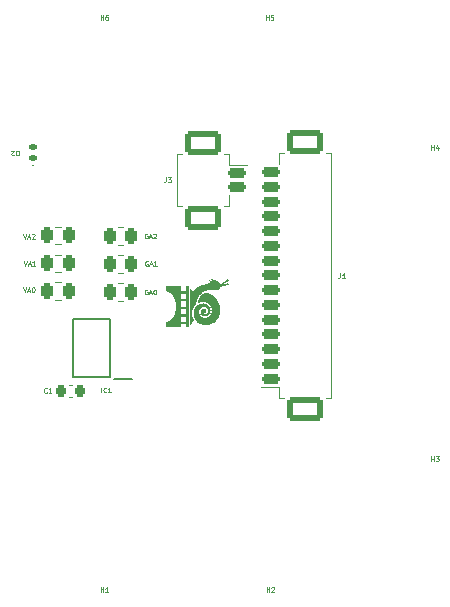
<source format=gto>
%TF.GenerationSoftware,KiCad,Pcbnew,7.0.10-7.0.10~ubuntu22.04.1*%
%TF.CreationDate,2024-06-11T12:21:50+02:00*%
%TF.ProjectId,PQ_BotBoard,50515f42-6f74-4426-9f61-72642e6b6963,rev?*%
%TF.SameCoordinates,Original*%
%TF.FileFunction,Legend,Top*%
%TF.FilePolarity,Positive*%
%FSLAX46Y46*%
G04 Gerber Fmt 4.6, Leading zero omitted, Abs format (unit mm)*
G04 Created by KiCad (PCBNEW 7.0.10-7.0.10~ubuntu22.04.1) date 2024-06-11 12:21:50*
%MOMM*%
%LPD*%
G01*
G04 APERTURE LIST*
G04 Aperture macros list*
%AMRoundRect*
0 Rectangle with rounded corners*
0 $1 Rounding radius*
0 $2 $3 $4 $5 $6 $7 $8 $9 X,Y pos of 4 corners*
0 Add a 4 corners polygon primitive as box body*
4,1,4,$2,$3,$4,$5,$6,$7,$8,$9,$2,$3,0*
0 Add four circle primitives for the rounded corners*
1,1,$1+$1,$2,$3*
1,1,$1+$1,$4,$5*
1,1,$1+$1,$6,$7*
1,1,$1+$1,$8,$9*
0 Add four rect primitives between the rounded corners*
20,1,$1+$1,$2,$3,$4,$5,0*
20,1,$1+$1,$4,$5,$6,$7,0*
20,1,$1+$1,$6,$7,$8,$9,0*
20,1,$1+$1,$8,$9,$2,$3,0*%
G04 Aperture macros list end*
%ADD10C,0.100000*%
%ADD11C,0.120000*%
%ADD12C,0.200000*%
%ADD13C,4.400000*%
%ADD14RoundRect,0.250000X0.262500X0.450000X-0.262500X0.450000X-0.262500X-0.450000X0.262500X-0.450000X0*%
%ADD15RoundRect,0.147500X0.172500X-0.147500X0.172500X0.147500X-0.172500X0.147500X-0.172500X-0.147500X0*%
%ADD16R,1.550000X0.700000*%
%ADD17RoundRect,0.250000X-0.262500X-0.450000X0.262500X-0.450000X0.262500X0.450000X-0.262500X0.450000X0*%
%ADD18RoundRect,0.225000X-0.225000X-0.250000X0.225000X-0.250000X0.225000X0.250000X-0.225000X0.250000X0*%
%ADD19RoundRect,0.200000X-0.600000X0.200000X-0.600000X-0.200000X0.600000X-0.200000X0.600000X0.200000X0*%
%ADD20RoundRect,0.250001X-1.249999X0.799999X-1.249999X-0.799999X1.249999X-0.799999X1.249999X0.799999X0*%
%ADD21RoundRect,0.200000X0.600000X-0.200000X0.600000X0.200000X-0.600000X0.200000X-0.600000X-0.200000X0*%
%ADD22RoundRect,0.250001X1.249999X-0.799999X1.249999X0.799999X-1.249999X0.799999X-1.249999X-0.799999X0*%
%ADD23C,1.800000*%
G04 APERTURE END LIST*
D10*
X122695238Y-43979847D02*
X122695238Y-43579847D01*
X122695238Y-43770323D02*
X122923809Y-43770323D01*
X122923809Y-43979847D02*
X122923809Y-43579847D01*
X123285714Y-43713180D02*
X123285714Y-43979847D01*
X123190476Y-43560800D02*
X123095238Y-43846514D01*
X123095238Y-43846514D02*
X123342857Y-43846514D01*
X88201562Y-53373847D02*
X88334895Y-53773847D01*
X88334895Y-53773847D02*
X88468228Y-53373847D01*
X88582514Y-53659561D02*
X88772990Y-53659561D01*
X88544419Y-53773847D02*
X88677752Y-53373847D01*
X88677752Y-53373847D02*
X88811085Y-53773847D01*
X89153942Y-53773847D02*
X88925371Y-53773847D01*
X89039657Y-53773847D02*
X89039657Y-53373847D01*
X89039657Y-53373847D02*
X89001561Y-53430990D01*
X89001561Y-53430990D02*
X88963466Y-53469085D01*
X88963466Y-53469085D02*
X88925371Y-53488133D01*
X87747437Y-44043852D02*
X87747437Y-44443852D01*
X87747437Y-44443852D02*
X87652199Y-44443852D01*
X87652199Y-44443852D02*
X87595056Y-44424804D01*
X87595056Y-44424804D02*
X87556961Y-44386709D01*
X87556961Y-44386709D02*
X87537914Y-44348614D01*
X87537914Y-44348614D02*
X87518866Y-44272423D01*
X87518866Y-44272423D02*
X87518866Y-44215280D01*
X87518866Y-44215280D02*
X87537914Y-44139090D01*
X87537914Y-44139090D02*
X87556961Y-44100995D01*
X87556961Y-44100995D02*
X87595056Y-44062900D01*
X87595056Y-44062900D02*
X87652199Y-44043852D01*
X87652199Y-44043852D02*
X87747437Y-44043852D01*
X87366485Y-44405757D02*
X87347437Y-44424804D01*
X87347437Y-44424804D02*
X87309342Y-44443852D01*
X87309342Y-44443852D02*
X87214104Y-44443852D01*
X87214104Y-44443852D02*
X87176009Y-44424804D01*
X87176009Y-44424804D02*
X87156961Y-44405757D01*
X87156961Y-44405757D02*
X87137914Y-44367661D01*
X87137914Y-44367661D02*
X87137914Y-44329566D01*
X87137914Y-44329566D02*
X87156961Y-44272423D01*
X87156961Y-44272423D02*
X87385533Y-44043852D01*
X87385533Y-44043852D02*
X87137914Y-44043852D01*
X94757924Y-64512847D02*
X94757924Y-64112847D01*
X95176971Y-64474752D02*
X95157923Y-64493800D01*
X95157923Y-64493800D02*
X95100781Y-64512847D01*
X95100781Y-64512847D02*
X95062685Y-64512847D01*
X95062685Y-64512847D02*
X95005542Y-64493800D01*
X95005542Y-64493800D02*
X94967447Y-64455704D01*
X94967447Y-64455704D02*
X94948400Y-64417609D01*
X94948400Y-64417609D02*
X94929352Y-64341419D01*
X94929352Y-64341419D02*
X94929352Y-64284276D01*
X94929352Y-64284276D02*
X94948400Y-64208085D01*
X94948400Y-64208085D02*
X94967447Y-64169990D01*
X94967447Y-64169990D02*
X95005542Y-64131895D01*
X95005542Y-64131895D02*
X95062685Y-64112847D01*
X95062685Y-64112847D02*
X95100781Y-64112847D01*
X95100781Y-64112847D02*
X95157923Y-64131895D01*
X95157923Y-64131895D02*
X95176971Y-64150942D01*
X95557923Y-64512847D02*
X95329352Y-64512847D01*
X95443638Y-64512847D02*
X95443638Y-64112847D01*
X95443638Y-64112847D02*
X95405542Y-64169990D01*
X95405542Y-64169990D02*
X95367447Y-64208085D01*
X95367447Y-64208085D02*
X95329352Y-64227133D01*
X98650457Y-51093695D02*
X98612362Y-51074647D01*
X98612362Y-51074647D02*
X98555219Y-51074647D01*
X98555219Y-51074647D02*
X98498076Y-51093695D01*
X98498076Y-51093695D02*
X98459981Y-51131790D01*
X98459981Y-51131790D02*
X98440934Y-51169885D01*
X98440934Y-51169885D02*
X98421886Y-51246076D01*
X98421886Y-51246076D02*
X98421886Y-51303219D01*
X98421886Y-51303219D02*
X98440934Y-51379409D01*
X98440934Y-51379409D02*
X98459981Y-51417504D01*
X98459981Y-51417504D02*
X98498076Y-51455600D01*
X98498076Y-51455600D02*
X98555219Y-51474647D01*
X98555219Y-51474647D02*
X98593315Y-51474647D01*
X98593315Y-51474647D02*
X98650457Y-51455600D01*
X98650457Y-51455600D02*
X98669505Y-51436552D01*
X98669505Y-51436552D02*
X98669505Y-51303219D01*
X98669505Y-51303219D02*
X98593315Y-51303219D01*
X98821886Y-51360361D02*
X99012362Y-51360361D01*
X98783791Y-51474647D02*
X98917124Y-51074647D01*
X98917124Y-51074647D02*
X99050457Y-51474647D01*
X99164743Y-51112742D02*
X99183791Y-51093695D01*
X99183791Y-51093695D02*
X99221886Y-51074647D01*
X99221886Y-51074647D02*
X99317124Y-51074647D01*
X99317124Y-51074647D02*
X99355219Y-51093695D01*
X99355219Y-51093695D02*
X99374267Y-51112742D01*
X99374267Y-51112742D02*
X99393314Y-51150838D01*
X99393314Y-51150838D02*
X99393314Y-51188933D01*
X99393314Y-51188933D02*
X99374267Y-51246076D01*
X99374267Y-51246076D02*
X99145695Y-51474647D01*
X99145695Y-51474647D02*
X99393314Y-51474647D01*
X98650457Y-55831295D02*
X98612362Y-55812247D01*
X98612362Y-55812247D02*
X98555219Y-55812247D01*
X98555219Y-55812247D02*
X98498076Y-55831295D01*
X98498076Y-55831295D02*
X98459981Y-55869390D01*
X98459981Y-55869390D02*
X98440934Y-55907485D01*
X98440934Y-55907485D02*
X98421886Y-55983676D01*
X98421886Y-55983676D02*
X98421886Y-56040819D01*
X98421886Y-56040819D02*
X98440934Y-56117009D01*
X98440934Y-56117009D02*
X98459981Y-56155104D01*
X98459981Y-56155104D02*
X98498076Y-56193200D01*
X98498076Y-56193200D02*
X98555219Y-56212247D01*
X98555219Y-56212247D02*
X98593315Y-56212247D01*
X98593315Y-56212247D02*
X98650457Y-56193200D01*
X98650457Y-56193200D02*
X98669505Y-56174152D01*
X98669505Y-56174152D02*
X98669505Y-56040819D01*
X98669505Y-56040819D02*
X98593315Y-56040819D01*
X98821886Y-56097961D02*
X99012362Y-56097961D01*
X98783791Y-56212247D02*
X98917124Y-55812247D01*
X98917124Y-55812247D02*
X99050457Y-56212247D01*
X99259981Y-55812247D02*
X99298076Y-55812247D01*
X99298076Y-55812247D02*
X99336172Y-55831295D01*
X99336172Y-55831295D02*
X99355219Y-55850342D01*
X99355219Y-55850342D02*
X99374267Y-55888438D01*
X99374267Y-55888438D02*
X99393314Y-55964628D01*
X99393314Y-55964628D02*
X99393314Y-56059866D01*
X99393314Y-56059866D02*
X99374267Y-56136057D01*
X99374267Y-56136057D02*
X99355219Y-56174152D01*
X99355219Y-56174152D02*
X99336172Y-56193200D01*
X99336172Y-56193200D02*
X99298076Y-56212247D01*
X99298076Y-56212247D02*
X99259981Y-56212247D01*
X99259981Y-56212247D02*
X99221886Y-56193200D01*
X99221886Y-56193200D02*
X99202838Y-56174152D01*
X99202838Y-56174152D02*
X99183791Y-56136057D01*
X99183791Y-56136057D02*
X99164743Y-56059866D01*
X99164743Y-56059866D02*
X99164743Y-55964628D01*
X99164743Y-55964628D02*
X99183791Y-55888438D01*
X99183791Y-55888438D02*
X99202838Y-55850342D01*
X99202838Y-55850342D02*
X99221886Y-55831295D01*
X99221886Y-55831295D02*
X99259981Y-55812247D01*
X94691238Y-81409047D02*
X94691238Y-81009047D01*
X94691238Y-81199523D02*
X94919809Y-81199523D01*
X94919809Y-81409047D02*
X94919809Y-81009047D01*
X95319809Y-81409047D02*
X95091238Y-81409047D01*
X95205524Y-81409047D02*
X95205524Y-81009047D01*
X95205524Y-81009047D02*
X95167428Y-81066190D01*
X95167428Y-81066190D02*
X95129333Y-81104285D01*
X95129333Y-81104285D02*
X95091238Y-81123333D01*
X88150762Y-55609047D02*
X88284095Y-56009047D01*
X88284095Y-56009047D02*
X88417428Y-55609047D01*
X88531714Y-55894761D02*
X88722190Y-55894761D01*
X88493619Y-56009047D02*
X88626952Y-55609047D01*
X88626952Y-55609047D02*
X88760285Y-56009047D01*
X88969809Y-55609047D02*
X89007904Y-55609047D01*
X89007904Y-55609047D02*
X89046000Y-55628095D01*
X89046000Y-55628095D02*
X89065047Y-55647142D01*
X89065047Y-55647142D02*
X89084095Y-55685238D01*
X89084095Y-55685238D02*
X89103142Y-55761428D01*
X89103142Y-55761428D02*
X89103142Y-55856666D01*
X89103142Y-55856666D02*
X89084095Y-55932857D01*
X89084095Y-55932857D02*
X89065047Y-55970952D01*
X89065047Y-55970952D02*
X89046000Y-55990000D01*
X89046000Y-55990000D02*
X89007904Y-56009047D01*
X89007904Y-56009047D02*
X88969809Y-56009047D01*
X88969809Y-56009047D02*
X88931714Y-55990000D01*
X88931714Y-55990000D02*
X88912666Y-55970952D01*
X88912666Y-55970952D02*
X88893619Y-55932857D01*
X88893619Y-55932857D02*
X88874571Y-55856666D01*
X88874571Y-55856666D02*
X88874571Y-55761428D01*
X88874571Y-55761428D02*
X88893619Y-55685238D01*
X88893619Y-55685238D02*
X88912666Y-55647142D01*
X88912666Y-55647142D02*
X88931714Y-55628095D01*
X88931714Y-55628095D02*
X88969809Y-55609047D01*
X94695238Y-32979847D02*
X94695238Y-32579847D01*
X94695238Y-32770323D02*
X94923809Y-32770323D01*
X94923809Y-32979847D02*
X94923809Y-32579847D01*
X95285714Y-32579847D02*
X95209524Y-32579847D01*
X95209524Y-32579847D02*
X95171428Y-32598895D01*
X95171428Y-32598895D02*
X95152381Y-32617942D01*
X95152381Y-32617942D02*
X95114286Y-32675085D01*
X95114286Y-32675085D02*
X95095238Y-32751276D01*
X95095238Y-32751276D02*
X95095238Y-32903657D01*
X95095238Y-32903657D02*
X95114286Y-32941752D01*
X95114286Y-32941752D02*
X95133333Y-32960800D01*
X95133333Y-32960800D02*
X95171428Y-32979847D01*
X95171428Y-32979847D02*
X95247619Y-32979847D01*
X95247619Y-32979847D02*
X95285714Y-32960800D01*
X95285714Y-32960800D02*
X95304762Y-32941752D01*
X95304762Y-32941752D02*
X95323809Y-32903657D01*
X95323809Y-32903657D02*
X95323809Y-32808419D01*
X95323809Y-32808419D02*
X95304762Y-32770323D01*
X95304762Y-32770323D02*
X95285714Y-32751276D01*
X95285714Y-32751276D02*
X95247619Y-32732228D01*
X95247619Y-32732228D02*
X95171428Y-32732228D01*
X95171428Y-32732228D02*
X95133333Y-32751276D01*
X95133333Y-32751276D02*
X95114286Y-32770323D01*
X95114286Y-32770323D02*
X95095238Y-32808419D01*
X98701257Y-53408095D02*
X98663162Y-53389047D01*
X98663162Y-53389047D02*
X98606019Y-53389047D01*
X98606019Y-53389047D02*
X98548876Y-53408095D01*
X98548876Y-53408095D02*
X98510781Y-53446190D01*
X98510781Y-53446190D02*
X98491734Y-53484285D01*
X98491734Y-53484285D02*
X98472686Y-53560476D01*
X98472686Y-53560476D02*
X98472686Y-53617619D01*
X98472686Y-53617619D02*
X98491734Y-53693809D01*
X98491734Y-53693809D02*
X98510781Y-53731904D01*
X98510781Y-53731904D02*
X98548876Y-53770000D01*
X98548876Y-53770000D02*
X98606019Y-53789047D01*
X98606019Y-53789047D02*
X98644115Y-53789047D01*
X98644115Y-53789047D02*
X98701257Y-53770000D01*
X98701257Y-53770000D02*
X98720305Y-53750952D01*
X98720305Y-53750952D02*
X98720305Y-53617619D01*
X98720305Y-53617619D02*
X98644115Y-53617619D01*
X98872686Y-53674761D02*
X99063162Y-53674761D01*
X98834591Y-53789047D02*
X98967924Y-53389047D01*
X98967924Y-53389047D02*
X99101257Y-53789047D01*
X99444114Y-53789047D02*
X99215543Y-53789047D01*
X99329829Y-53789047D02*
X99329829Y-53389047D01*
X99329829Y-53389047D02*
X99291733Y-53446190D01*
X99291733Y-53446190D02*
X99253638Y-53484285D01*
X99253638Y-53484285D02*
X99215543Y-53503333D01*
X90154133Y-64505352D02*
X90135085Y-64524400D01*
X90135085Y-64524400D02*
X90077943Y-64543447D01*
X90077943Y-64543447D02*
X90039847Y-64543447D01*
X90039847Y-64543447D02*
X89982704Y-64524400D01*
X89982704Y-64524400D02*
X89944609Y-64486304D01*
X89944609Y-64486304D02*
X89925562Y-64448209D01*
X89925562Y-64448209D02*
X89906514Y-64372019D01*
X89906514Y-64372019D02*
X89906514Y-64314876D01*
X89906514Y-64314876D02*
X89925562Y-64238685D01*
X89925562Y-64238685D02*
X89944609Y-64200590D01*
X89944609Y-64200590D02*
X89982704Y-64162495D01*
X89982704Y-64162495D02*
X90039847Y-64143447D01*
X90039847Y-64143447D02*
X90077943Y-64143447D01*
X90077943Y-64143447D02*
X90135085Y-64162495D01*
X90135085Y-64162495D02*
X90154133Y-64181542D01*
X90535085Y-64543447D02*
X90306514Y-64543447D01*
X90420800Y-64543447D02*
X90420800Y-64143447D01*
X90420800Y-64143447D02*
X90382704Y-64200590D01*
X90382704Y-64200590D02*
X90344609Y-64238685D01*
X90344609Y-64238685D02*
X90306514Y-64257733D01*
X122682038Y-70334647D02*
X122682038Y-69934647D01*
X122682038Y-70125123D02*
X122910609Y-70125123D01*
X122910609Y-70334647D02*
X122910609Y-69934647D01*
X123062990Y-69934647D02*
X123310609Y-69934647D01*
X123310609Y-69934647D02*
X123177276Y-70087028D01*
X123177276Y-70087028D02*
X123234419Y-70087028D01*
X123234419Y-70087028D02*
X123272514Y-70106076D01*
X123272514Y-70106076D02*
X123291562Y-70125123D01*
X123291562Y-70125123D02*
X123310609Y-70163219D01*
X123310609Y-70163219D02*
X123310609Y-70258457D01*
X123310609Y-70258457D02*
X123291562Y-70296552D01*
X123291562Y-70296552D02*
X123272514Y-70315600D01*
X123272514Y-70315600D02*
X123234419Y-70334647D01*
X123234419Y-70334647D02*
X123120133Y-70334647D01*
X123120133Y-70334647D02*
X123082038Y-70315600D01*
X123082038Y-70315600D02*
X123062990Y-70296552D01*
X108762838Y-81409047D02*
X108762838Y-81009047D01*
X108762838Y-81199523D02*
X108991409Y-81199523D01*
X108991409Y-81409047D02*
X108991409Y-81009047D01*
X109162838Y-81047142D02*
X109181886Y-81028095D01*
X109181886Y-81028095D02*
X109219981Y-81009047D01*
X109219981Y-81009047D02*
X109315219Y-81009047D01*
X109315219Y-81009047D02*
X109353314Y-81028095D01*
X109353314Y-81028095D02*
X109372362Y-81047142D01*
X109372362Y-81047142D02*
X109391409Y-81085238D01*
X109391409Y-81085238D02*
X109391409Y-81123333D01*
X109391409Y-81123333D02*
X109372362Y-81180476D01*
X109372362Y-81180476D02*
X109143790Y-81409047D01*
X109143790Y-81409047D02*
X109391409Y-81409047D01*
X100247466Y-46312647D02*
X100247466Y-46598361D01*
X100247466Y-46598361D02*
X100228419Y-46655504D01*
X100228419Y-46655504D02*
X100190323Y-46693600D01*
X100190323Y-46693600D02*
X100133181Y-46712647D01*
X100133181Y-46712647D02*
X100095085Y-46712647D01*
X100399847Y-46312647D02*
X100647466Y-46312647D01*
X100647466Y-46312647D02*
X100514133Y-46465028D01*
X100514133Y-46465028D02*
X100571276Y-46465028D01*
X100571276Y-46465028D02*
X100609371Y-46484076D01*
X100609371Y-46484076D02*
X100628419Y-46503123D01*
X100628419Y-46503123D02*
X100647466Y-46541219D01*
X100647466Y-46541219D02*
X100647466Y-46636457D01*
X100647466Y-46636457D02*
X100628419Y-46674552D01*
X100628419Y-46674552D02*
X100609371Y-46693600D01*
X100609371Y-46693600D02*
X100571276Y-46712647D01*
X100571276Y-46712647D02*
X100456990Y-46712647D01*
X100456990Y-46712647D02*
X100418895Y-46693600D01*
X100418895Y-46693600D02*
X100399847Y-46674552D01*
X108695238Y-32979847D02*
X108695238Y-32579847D01*
X108695238Y-32770323D02*
X108923809Y-32770323D01*
X108923809Y-32979847D02*
X108923809Y-32579847D01*
X109304762Y-32579847D02*
X109114286Y-32579847D01*
X109114286Y-32579847D02*
X109095238Y-32770323D01*
X109095238Y-32770323D02*
X109114286Y-32751276D01*
X109114286Y-32751276D02*
X109152381Y-32732228D01*
X109152381Y-32732228D02*
X109247619Y-32732228D01*
X109247619Y-32732228D02*
X109285714Y-32751276D01*
X109285714Y-32751276D02*
X109304762Y-32770323D01*
X109304762Y-32770323D02*
X109323809Y-32808419D01*
X109323809Y-32808419D02*
X109323809Y-32903657D01*
X109323809Y-32903657D02*
X109304762Y-32941752D01*
X109304762Y-32941752D02*
X109285714Y-32960800D01*
X109285714Y-32960800D02*
X109247619Y-32979847D01*
X109247619Y-32979847D02*
X109152381Y-32979847D01*
X109152381Y-32979847D02*
X109114286Y-32960800D01*
X109114286Y-32960800D02*
X109095238Y-32941752D01*
X88150762Y-51087847D02*
X88284095Y-51487847D01*
X88284095Y-51487847D02*
X88417428Y-51087847D01*
X88531714Y-51373561D02*
X88722190Y-51373561D01*
X88493619Y-51487847D02*
X88626952Y-51087847D01*
X88626952Y-51087847D02*
X88760285Y-51487847D01*
X88874571Y-51125942D02*
X88893619Y-51106895D01*
X88893619Y-51106895D02*
X88931714Y-51087847D01*
X88931714Y-51087847D02*
X89026952Y-51087847D01*
X89026952Y-51087847D02*
X89065047Y-51106895D01*
X89065047Y-51106895D02*
X89084095Y-51125942D01*
X89084095Y-51125942D02*
X89103142Y-51164038D01*
X89103142Y-51164038D02*
X89103142Y-51202133D01*
X89103142Y-51202133D02*
X89084095Y-51259276D01*
X89084095Y-51259276D02*
X88855523Y-51487847D01*
X88855523Y-51487847D02*
X89103142Y-51487847D01*
X114979466Y-54440647D02*
X114979466Y-54726361D01*
X114979466Y-54726361D02*
X114960419Y-54783504D01*
X114960419Y-54783504D02*
X114922323Y-54821600D01*
X114922323Y-54821600D02*
X114865181Y-54840647D01*
X114865181Y-54840647D02*
X114827085Y-54840647D01*
X115379466Y-54840647D02*
X115150895Y-54840647D01*
X115265181Y-54840647D02*
X115265181Y-54440647D01*
X115265181Y-54440647D02*
X115227085Y-54497790D01*
X115227085Y-54497790D02*
X115188990Y-54535885D01*
X115188990Y-54535885D02*
X115150895Y-54554933D01*
D11*
%TO.C,VA1*%
X91308064Y-54312000D02*
X90853936Y-54312000D01*
X91308064Y-52842000D02*
X90853936Y-52842000D01*
D10*
%TO.C,D2*%
X89000800Y-45313700D02*
G75*
G03*
X88900800Y-45313700I-50000J0D01*
G01*
X88900800Y-45313700D02*
G75*
G03*
X89000800Y-45313700I50000J0D01*
G01*
D12*
%TO.C,IC1*%
X97388000Y-63388000D02*
X95838000Y-63388000D01*
X95488000Y-63233000D02*
X92338000Y-63233000D01*
X95488000Y-58333000D02*
X95488000Y-63233000D01*
X92338000Y-63233000D02*
X92338000Y-58333000D01*
X92338000Y-58333000D02*
X95488000Y-58333000D01*
D11*
%TO.C,GA2*%
X96154936Y-50541000D02*
X96609064Y-50541000D01*
X96154936Y-52011000D02*
X96609064Y-52011000D01*
%TO.C,GA0*%
X96154936Y-55293000D02*
X96609064Y-55293000D01*
X96154936Y-56763000D02*
X96609064Y-56763000D01*
%TO.C,VA0*%
X91308064Y-56663000D02*
X90853936Y-56663000D01*
X91308064Y-55193000D02*
X90853936Y-55193000D01*
%TO.C,Annotation6*%
G36*
X104147792Y-54885584D02*
G01*
X104165346Y-54896680D01*
X104182523Y-54916134D01*
X104200107Y-54944737D01*
X104209181Y-54962475D01*
X104231828Y-55008946D01*
X104306961Y-55007889D01*
X104363409Y-55009093D01*
X104413771Y-55014930D01*
X104461297Y-55026172D01*
X104509240Y-55043595D01*
X104560849Y-55067972D01*
X104562254Y-55068698D01*
X104621770Y-55104661D01*
X104679002Y-55149323D01*
X104731865Y-55200941D01*
X104760692Y-55234618D01*
X104776620Y-55256739D01*
X104793895Y-55284216D01*
X104810756Y-55313895D01*
X104825443Y-55342626D01*
X104836194Y-55367256D01*
X104838649Y-55374165D01*
X104843733Y-55387311D01*
X104848387Y-55395502D01*
X104849273Y-55396313D01*
X104854076Y-55393591D01*
X104865106Y-55384492D01*
X104881225Y-55370044D01*
X104901295Y-55351276D01*
X104924181Y-55329218D01*
X104933144Y-55320418D01*
X105000768Y-55256569D01*
X105068173Y-55198508D01*
X105134356Y-55146992D01*
X105198314Y-55102774D01*
X105259044Y-55066610D01*
X105293339Y-55049175D01*
X105317932Y-55037419D01*
X105334883Y-55028667D01*
X105346036Y-55021556D01*
X105353235Y-55014720D01*
X105358325Y-55006796D01*
X105362427Y-54998057D01*
X105378224Y-54973870D01*
X105400012Y-54956361D01*
X105425621Y-54946196D01*
X105452881Y-54944038D01*
X105479622Y-54950550D01*
X105493269Y-54958032D01*
X105515036Y-54977522D01*
X105530603Y-55001084D01*
X105538269Y-55025892D01*
X105538775Y-55033604D01*
X105535102Y-55056807D01*
X105525495Y-55080440D01*
X105512073Y-55099570D01*
X105509304Y-55102254D01*
X105492381Y-55112877D01*
X105468531Y-55121873D01*
X105441264Y-55128023D01*
X105431491Y-55129285D01*
X105412470Y-55132561D01*
X105395164Y-55137696D01*
X105389715Y-55140109D01*
X105375262Y-55147375D01*
X105357309Y-55155954D01*
X105350782Y-55158969D01*
X105317833Y-55175881D01*
X105279571Y-55198598D01*
X105238120Y-55225597D01*
X105195608Y-55255353D01*
X105154161Y-55286344D01*
X105115904Y-55317044D01*
X105082965Y-55345931D01*
X105063841Y-55364639D01*
X105053217Y-55378260D01*
X105050488Y-55387816D01*
X105055401Y-55392147D01*
X105067700Y-55390098D01*
X105069303Y-55389507D01*
X105087593Y-55383200D01*
X105115863Y-55374480D01*
X105153941Y-55363395D01*
X105201657Y-55349997D01*
X105221536Y-55344514D01*
X105241601Y-55339280D01*
X105266000Y-55333296D01*
X105285506Y-55328758D01*
X105306894Y-55323939D01*
X105326909Y-55319419D01*
X105340338Y-55316377D01*
X105356013Y-55309591D01*
X105364484Y-55300468D01*
X105381494Y-55276710D01*
X105404244Y-55259770D01*
X105430496Y-55250693D01*
X105458009Y-55250519D01*
X105467227Y-55252665D01*
X105495171Y-55264413D01*
X105515236Y-55281259D01*
X105528378Y-55302537D01*
X105537625Y-55331624D01*
X105537165Y-55357805D01*
X105526935Y-55382182D01*
X105523573Y-55387129D01*
X105507845Y-55406731D01*
X105492742Y-55419461D01*
X105475319Y-55426709D01*
X105452627Y-55429861D01*
X105431774Y-55430375D01*
X105405291Y-55431436D01*
X105377490Y-55434236D01*
X105353915Y-55438197D01*
X105351639Y-55438721D01*
X105295071Y-55452616D01*
X105244963Y-55465726D01*
X105197500Y-55479129D01*
X105148865Y-55493902D01*
X105095242Y-55511125D01*
X105094902Y-55511236D01*
X105061973Y-55522053D01*
X105037401Y-55530193D01*
X105019607Y-55536192D01*
X105007012Y-55540590D01*
X104998036Y-55543924D01*
X104993072Y-55545907D01*
X104982682Y-55549912D01*
X104966351Y-55555920D01*
X104951296Y-55561321D01*
X104930389Y-55569134D01*
X104909820Y-55577459D01*
X104898732Y-55582343D01*
X104884677Y-55588384D01*
X104874336Y-55591897D01*
X104872126Y-55592258D01*
X104863540Y-55596477D01*
X104854957Y-55606283D01*
X104849821Y-55617401D01*
X104849466Y-55620407D01*
X104847276Y-55629078D01*
X104841447Y-55644246D01*
X104833089Y-55663105D01*
X104829992Y-55669605D01*
X104807443Y-55707417D01*
X104777493Y-55744920D01*
X104742692Y-55779523D01*
X104705591Y-55808636D01*
X104675563Y-55826434D01*
X104621616Y-55847523D01*
X104563166Y-55859565D01*
X104500993Y-55862522D01*
X104435876Y-55856356D01*
X104369038Y-55841160D01*
X104348388Y-55835135D01*
X104323630Y-55827908D01*
X104303763Y-55822106D01*
X104224854Y-55804347D01*
X104142034Y-55795867D01*
X104056217Y-55796682D01*
X103968321Y-55806809D01*
X103925165Y-55815091D01*
X103877565Y-55827078D01*
X103826611Y-55842815D01*
X103775135Y-55861231D01*
X103725968Y-55881258D01*
X103681939Y-55901825D01*
X103651008Y-55918729D01*
X103637893Y-55925422D01*
X103624037Y-55929301D01*
X103605896Y-55931080D01*
X103587968Y-55931464D01*
X103557741Y-55933002D01*
X103529919Y-55937853D01*
X103501110Y-55946895D01*
X103467922Y-55961010D01*
X103460404Y-55964546D01*
X103390838Y-56002070D01*
X103320386Y-56048392D01*
X103250563Y-56102146D01*
X103182887Y-56161967D01*
X103118875Y-56226489D01*
X103060044Y-56294347D01*
X103007912Y-56364175D01*
X102995045Y-56383397D01*
X102983566Y-56401278D01*
X102974158Y-56416460D01*
X102968438Y-56426314D01*
X102967708Y-56427785D01*
X102962832Y-56437166D01*
X102955138Y-56450562D01*
X102953137Y-56453895D01*
X102939493Y-56478079D01*
X102924302Y-56507683D01*
X102909738Y-56538366D01*
X102902106Y-56555725D01*
X102894172Y-56573802D01*
X102886444Y-56590348D01*
X102883298Y-56596619D01*
X102877744Y-56609915D01*
X102875535Y-56620379D01*
X102873167Y-56631012D01*
X102871142Y-56634316D01*
X102867137Y-56642230D01*
X102861187Y-56658287D01*
X102853932Y-56680514D01*
X102846016Y-56706935D01*
X102838078Y-56735575D01*
X102837305Y-56738496D01*
X102825090Y-56787454D01*
X102814719Y-56835200D01*
X102805656Y-56884654D01*
X102797364Y-56938739D01*
X102789403Y-56999598D01*
X102781091Y-57067484D01*
X102719412Y-57130149D01*
X102686898Y-57163837D01*
X102660392Y-57193055D01*
X102638022Y-57220188D01*
X102617915Y-57247620D01*
X102598202Y-57277738D01*
X102580006Y-57307827D01*
X102562857Y-57337309D01*
X102549941Y-57360619D01*
X102539912Y-57380410D01*
X102531426Y-57399339D01*
X102523169Y-57419972D01*
X102516552Y-57436379D01*
X102510475Y-57450134D01*
X102508620Y-57453877D01*
X102503238Y-57466756D01*
X102499171Y-57479987D01*
X102494352Y-57497244D01*
X102489869Y-57511358D01*
X102482883Y-57534728D01*
X102474964Y-57566415D01*
X102466592Y-57604383D01*
X102459627Y-57639298D01*
X102456368Y-57658727D01*
X102453904Y-57679509D01*
X102452140Y-57703424D01*
X102450981Y-57732253D01*
X102450329Y-57767777D01*
X102450091Y-57811776D01*
X102450086Y-57816847D01*
X102450245Y-57864667D01*
X102451005Y-57904436D01*
X102452691Y-57938542D01*
X102455627Y-57969376D01*
X102460135Y-57999327D01*
X102466541Y-58030782D01*
X102475167Y-58066133D01*
X102486338Y-58107767D01*
X102492555Y-58130169D01*
X102498498Y-58149798D01*
X102504811Y-58168180D01*
X102507894Y-58176039D01*
X102512869Y-58189764D01*
X102515192Y-58200253D01*
X102515214Y-58200915D01*
X102517608Y-58212000D01*
X102520097Y-58217709D01*
X102524395Y-58226475D01*
X102531606Y-58241958D01*
X102540418Y-58261325D01*
X102543663Y-58268553D01*
X102552704Y-58288424D01*
X102560620Y-58305208D01*
X102566108Y-58316164D01*
X102567245Y-58318163D01*
X102572385Y-58327329D01*
X102579861Y-58341683D01*
X102583783Y-58349495D01*
X102593908Y-58368769D01*
X102605036Y-58388316D01*
X102608178Y-58393485D01*
X102615681Y-58406150D01*
X102617851Y-58413193D01*
X102615032Y-58417758D01*
X102611156Y-58420572D01*
X102564344Y-58456149D01*
X102518758Y-58498228D01*
X102477618Y-58543624D01*
X102450700Y-58579265D01*
X102438049Y-58597790D01*
X102428359Y-58612306D01*
X102420377Y-58624998D01*
X102412847Y-58638052D01*
X102404515Y-58653653D01*
X102394126Y-58673988D01*
X102380423Y-58701241D01*
X102378779Y-58704518D01*
X102361151Y-58738205D01*
X102346140Y-58763206D01*
X102332745Y-58780631D01*
X102319967Y-58791592D01*
X102306805Y-58797200D01*
X102294111Y-58798590D01*
X102279968Y-58797053D01*
X102267908Y-58791100D01*
X102253900Y-58778717D01*
X102253498Y-58778317D01*
X102233224Y-58758043D01*
X102233224Y-57267561D01*
X102233224Y-55777078D01*
X102250196Y-55760964D01*
X102269666Y-55745962D01*
X102288646Y-55739668D01*
X102309069Y-55740765D01*
X102317088Y-55743517D01*
X102326083Y-55749464D01*
X102336889Y-55759534D01*
X102350341Y-55774658D01*
X102367276Y-55795766D01*
X102388528Y-55823788D01*
X102410774Y-55853958D01*
X102425068Y-55872787D01*
X102439754Y-55890990D01*
X102451390Y-55904337D01*
X102462904Y-55915461D01*
X102472476Y-55920197D01*
X102484638Y-55920349D01*
X102489988Y-55919702D01*
X102505189Y-55915734D01*
X102520110Y-55906994D01*
X102537906Y-55891626D01*
X102538146Y-55891397D01*
X102586718Y-55847277D01*
X102640981Y-55801714D01*
X102697190Y-55757743D01*
X102751422Y-55718524D01*
X102774837Y-55702603D01*
X102799964Y-55685888D01*
X102824911Y-55669597D01*
X102847788Y-55654946D01*
X102866703Y-55643155D01*
X102879767Y-55635440D01*
X102883368Y-55633558D01*
X102894668Y-55627660D01*
X102909203Y-55619336D01*
X102912089Y-55617603D01*
X102938856Y-55601744D01*
X102965792Y-55586639D01*
X102995591Y-55570839D01*
X103030945Y-55552898D01*
X103050473Y-55543202D01*
X103090123Y-55523797D01*
X103124704Y-55507232D01*
X103153327Y-55493915D01*
X103175101Y-55484254D01*
X103189136Y-55478658D01*
X103194021Y-55477373D01*
X103201387Y-55475156D01*
X103212985Y-55469809D01*
X103213239Y-55469678D01*
X103221306Y-55465615D01*
X103230273Y-55461502D01*
X103242332Y-55456415D01*
X103259675Y-55449430D01*
X103284492Y-55439624D01*
X103285465Y-55439241D01*
X103320182Y-55426232D01*
X103362318Y-55411474D01*
X103409182Y-55395835D01*
X103458082Y-55380181D01*
X103506326Y-55365378D01*
X103551222Y-55352293D01*
X103580510Y-55344277D01*
X103602846Y-55338248D01*
X103625345Y-55331960D01*
X103638934Y-55328016D01*
X103655286Y-55323669D01*
X103668557Y-55321054D01*
X103672418Y-55320712D01*
X103682458Y-55319357D01*
X103698125Y-55315899D01*
X103707991Y-55313310D01*
X103728812Y-55308053D01*
X103757144Y-55301646D01*
X103790198Y-55294645D01*
X103825181Y-55287608D01*
X103859303Y-55281095D01*
X103889772Y-55275662D01*
X103913797Y-55271869D01*
X103918331Y-55271259D01*
X103941084Y-55267421D01*
X103955763Y-55261874D01*
X103964739Y-55253013D01*
X103970381Y-55239230D01*
X103971439Y-55235262D01*
X103976036Y-55220506D01*
X103980800Y-55210444D01*
X103982605Y-55208440D01*
X103986763Y-55201184D01*
X103987829Y-55193391D01*
X103984670Y-55184795D01*
X103974710Y-55172463D01*
X103957229Y-55155586D01*
X103943145Y-55143211D01*
X103917463Y-55119890D01*
X103899894Y-55100496D01*
X103889602Y-55083576D01*
X103885750Y-55067676D01*
X103887500Y-55051343D01*
X103888382Y-55048123D01*
X103899500Y-55027223D01*
X103917791Y-55013439D01*
X103942122Y-55007551D01*
X103947381Y-55007390D01*
X103963694Y-55009279D01*
X103980104Y-55015644D01*
X103998341Y-55027536D01*
X104020133Y-55046003D01*
X104036334Y-55061357D01*
X104050304Y-55073820D01*
X104062402Y-55082604D01*
X104069661Y-55085720D01*
X104081758Y-55082581D01*
X104095331Y-55074857D01*
X104106883Y-55065093D01*
X104112918Y-55055831D01*
X104113158Y-55054080D01*
X104110762Y-55044403D01*
X104104537Y-55029309D01*
X104097492Y-55015223D01*
X104089160Y-54998092D01*
X104083479Y-54983100D01*
X104081826Y-54975046D01*
X104078396Y-54962244D01*
X104073374Y-54954486D01*
X104067517Y-54940969D01*
X104071472Y-54924504D01*
X104085135Y-54905427D01*
X104089908Y-54900438D01*
X104103818Y-54888467D01*
X104116657Y-54883083D01*
X104129075Y-54882061D01*
X104147792Y-54885584D01*
G37*
G36*
X103627379Y-56053791D02*
G01*
X103672099Y-56059989D01*
X103719684Y-56071472D01*
X103747616Y-56080406D01*
X103763345Y-56085694D01*
X103783329Y-56092133D01*
X103794614Y-56095663D01*
X103819727Y-56104104D01*
X103849844Y-56115327D01*
X103883176Y-56128555D01*
X103917935Y-56143007D01*
X103952334Y-56157906D01*
X103984584Y-56172472D01*
X104012897Y-56185928D01*
X104035485Y-56197494D01*
X104050559Y-56206392D01*
X104053105Y-56208232D01*
X104060106Y-56212688D01*
X104073386Y-56220423D01*
X104089659Y-56229534D01*
X104142467Y-56261473D01*
X104198925Y-56300832D01*
X104257278Y-56346094D01*
X104315771Y-56395743D01*
X104372649Y-56448261D01*
X104426158Y-56502132D01*
X104474541Y-56555840D01*
X104493014Y-56578110D01*
X104540379Y-56640331D01*
X104586058Y-56707068D01*
X104628445Y-56775699D01*
X104665930Y-56843602D01*
X104696906Y-56908155D01*
X104700319Y-56916045D01*
X104707086Y-56931820D01*
X104712681Y-56944766D01*
X104719163Y-56960362D01*
X104727706Y-56981801D01*
X104736761Y-57005124D01*
X104744781Y-57026374D01*
X104747401Y-57033541D01*
X104756309Y-57058483D01*
X104762395Y-57076276D01*
X104766490Y-57089558D01*
X104769421Y-57100965D01*
X104771291Y-57109563D01*
X104775386Y-57126618D01*
X104779858Y-57141444D01*
X104780619Y-57143506D01*
X104784801Y-57157224D01*
X104790451Y-57180356D01*
X104797366Y-57212007D01*
X104805348Y-57251281D01*
X104809726Y-57273755D01*
X104818575Y-57330057D01*
X104825165Y-57393519D01*
X104829384Y-57461082D01*
X104831123Y-57529685D01*
X104830271Y-57596269D01*
X104826717Y-57657774D01*
X104824424Y-57681074D01*
X104807219Y-57797561D01*
X104782623Y-57906856D01*
X104750553Y-58009224D01*
X104710926Y-58104934D01*
X104668073Y-58186738D01*
X104657964Y-58204325D01*
X104650252Y-58218128D01*
X104646159Y-58225944D01*
X104645806Y-58226879D01*
X104642881Y-58232532D01*
X104634921Y-58244814D01*
X104623148Y-58261991D01*
X104608786Y-58282331D01*
X104593058Y-58304099D01*
X104577187Y-58325564D01*
X104562954Y-58344273D01*
X104503906Y-58413672D01*
X104436412Y-58480867D01*
X104362463Y-58544041D01*
X104284049Y-58601373D01*
X104275042Y-58607373D01*
X104239762Y-58630413D01*
X104210868Y-58648627D01*
X104186207Y-58663210D01*
X104163629Y-58675354D01*
X104140982Y-58686252D01*
X104116114Y-58697097D01*
X104104645Y-58701860D01*
X104082589Y-58711074D01*
X104062611Y-58719685D01*
X104047798Y-58726353D01*
X104043543Y-58728410D01*
X104030191Y-58733805D01*
X104019783Y-58735926D01*
X104009159Y-58738575D01*
X104005846Y-58740849D01*
X103997912Y-58745177D01*
X103984300Y-58749863D01*
X103979996Y-58751020D01*
X103964046Y-58755250D01*
X103942864Y-58761152D01*
X103922554Y-58767007D01*
X103850215Y-58784649D01*
X103771107Y-58797492D01*
X103687795Y-58805425D01*
X103602841Y-58808339D01*
X103518810Y-58806123D01*
X103438266Y-58798667D01*
X103384684Y-58790147D01*
X103344256Y-58781426D01*
X103301295Y-58770397D01*
X103257797Y-58757725D01*
X103215762Y-58744071D01*
X103177184Y-58730098D01*
X103144061Y-58716470D01*
X103118389Y-58703848D01*
X103110527Y-58699147D01*
X103098990Y-58692554D01*
X103094861Y-58690537D01*
X103077117Y-58681312D01*
X103053436Y-58667314D01*
X103026211Y-58650075D01*
X102997830Y-58631129D01*
X102970684Y-58612007D01*
X102959722Y-58603914D01*
X102895582Y-58550526D01*
X102834123Y-58489271D01*
X102777159Y-58422323D01*
X102726504Y-58351853D01*
X102683971Y-58280035D01*
X102675417Y-58263331D01*
X102652461Y-58214815D01*
X102634166Y-58170728D01*
X102619941Y-58130387D01*
X102593381Y-58035294D01*
X102576364Y-57942375D01*
X102568716Y-57849974D01*
X102570266Y-57756434D01*
X102575199Y-57701962D01*
X102584901Y-57634577D01*
X102597277Y-57576831D01*
X102612438Y-57528238D01*
X102617661Y-57515097D01*
X102622517Y-57502144D01*
X102624843Y-57493163D01*
X102624877Y-57492554D01*
X102627150Y-57485249D01*
X102633276Y-57470842D01*
X102642222Y-57451459D01*
X102652951Y-57429228D01*
X102664428Y-57406275D01*
X102675617Y-57384727D01*
X102685483Y-57366710D01*
X102689458Y-57359919D01*
X102717282Y-57318606D01*
X102751490Y-57275263D01*
X102789984Y-57232094D01*
X102830662Y-57191301D01*
X102871426Y-57155087D01*
X102910176Y-57125655D01*
X102917311Y-57120897D01*
X102943296Y-57104618D01*
X102971318Y-57088066D01*
X102999161Y-57072452D01*
X103024612Y-57058989D01*
X103045456Y-57048889D01*
X103058306Y-57043721D01*
X103070439Y-57039504D01*
X103087721Y-57033110D01*
X103100083Y-57028375D01*
X103155193Y-57009426D01*
X103210628Y-56995700D01*
X103268969Y-56986765D01*
X103332793Y-56982185D01*
X103379936Y-56981338D01*
X103436002Y-56982399D01*
X103484702Y-56985925D01*
X103528919Y-56992396D01*
X103571541Y-57002294D01*
X103615453Y-57016097D01*
X103637953Y-57024295D01*
X103656182Y-57031962D01*
X103676837Y-57041812D01*
X103696829Y-57052240D01*
X103713069Y-57061643D01*
X103721917Y-57067897D01*
X103730341Y-57073939D01*
X103734221Y-57075317D01*
X103740720Y-57078536D01*
X103753131Y-57087171D01*
X103769567Y-57099695D01*
X103788142Y-57114576D01*
X103806967Y-57130286D01*
X103824157Y-57145295D01*
X103837824Y-57158075D01*
X103843213Y-57163661D01*
X103874807Y-57201754D01*
X103905366Y-57244306D01*
X103932232Y-57287423D01*
X103948424Y-57317921D01*
X103958281Y-57338811D01*
X103966138Y-57356396D01*
X103971026Y-57368448D01*
X103972163Y-57372447D01*
X103974066Y-57380562D01*
X103978719Y-57393272D01*
X103979437Y-57394990D01*
X103989937Y-57424460D01*
X103997463Y-57457190D01*
X104002280Y-57495073D01*
X104004657Y-57540000D01*
X104005013Y-57576382D01*
X104004626Y-57612282D01*
X104003622Y-57640118D01*
X104001792Y-57662262D01*
X103998930Y-57681085D01*
X103994828Y-57698961D01*
X103994023Y-57701962D01*
X103983331Y-57739316D01*
X103973197Y-57769679D01*
X103962229Y-57796321D01*
X103949038Y-57822511D01*
X103932233Y-57851520D01*
X103926296Y-57861234D01*
X103915775Y-57875424D01*
X103899561Y-57893918D01*
X103879545Y-57914885D01*
X103857618Y-57936495D01*
X103835675Y-57956916D01*
X103815605Y-57974317D01*
X103799301Y-57986867D01*
X103791678Y-57991527D01*
X103777021Y-57999283D01*
X103765510Y-58006223D01*
X103763282Y-58007816D01*
X103752253Y-58014108D01*
X103733750Y-58022305D01*
X103710339Y-58031434D01*
X103684587Y-58040519D01*
X103659060Y-58048589D01*
X103646480Y-58052126D01*
X103611818Y-58058636D01*
X103570857Y-58062056D01*
X103527274Y-58062396D01*
X103484741Y-58059667D01*
X103446934Y-58053881D01*
X103436865Y-58051499D01*
X103384858Y-58034442D01*
X103339272Y-58011755D01*
X103308192Y-57990749D01*
X103293374Y-57978548D01*
X103276432Y-57963029D01*
X103259097Y-57945991D01*
X103243105Y-57929234D01*
X103230187Y-57914556D01*
X103222078Y-57903755D01*
X103220190Y-57899406D01*
X103217648Y-57892581D01*
X103211262Y-57880689D01*
X103208140Y-57875491D01*
X103192415Y-57844098D01*
X103179096Y-57806053D01*
X103169163Y-57765054D01*
X103163598Y-57724794D01*
X103162754Y-57704573D01*
X103164927Y-57672995D01*
X103170821Y-57637602D01*
X103179479Y-57602800D01*
X103189947Y-57572994D01*
X103192538Y-57567250D01*
X103203564Y-57549086D01*
X103220291Y-57527389D01*
X103240601Y-57504371D01*
X103262375Y-57482245D01*
X103283497Y-57463222D01*
X103301848Y-57449516D01*
X103309138Y-57445434D01*
X103333730Y-57434150D01*
X103352953Y-57426390D01*
X103369896Y-57421510D01*
X103387647Y-57418865D01*
X103409294Y-57417812D01*
X103437926Y-57417705D01*
X103441965Y-57417725D01*
X103470291Y-57418011D01*
X103490631Y-57418773D01*
X103505441Y-57420398D01*
X103517179Y-57423275D01*
X103528301Y-57427792D01*
X103538715Y-57433007D01*
X103560489Y-57446499D01*
X103583540Y-57464316D01*
X103605132Y-57484002D01*
X103622533Y-57503104D01*
X103631704Y-57516509D01*
X103647717Y-57554413D01*
X103657009Y-57594218D01*
X103659342Y-57633408D01*
X103654482Y-57669466D01*
X103647828Y-57688977D01*
X103631511Y-57716883D01*
X103609106Y-57743126D01*
X103583889Y-57764118D01*
X103573638Y-57770299D01*
X103560971Y-57775982D01*
X103546877Y-57779661D01*
X103528499Y-57781820D01*
X103502978Y-57782943D01*
X103498302Y-57783053D01*
X103473413Y-57783828D01*
X103456363Y-57785217D01*
X103444547Y-57787756D01*
X103435360Y-57791979D01*
X103427206Y-57797647D01*
X103411499Y-57815279D01*
X103404569Y-57835926D01*
X103406130Y-57857416D01*
X103415893Y-57877578D01*
X103433570Y-57894241D01*
X103440549Y-57898323D01*
X103454545Y-57902364D01*
X103475871Y-57904846D01*
X103501531Y-57905788D01*
X103528531Y-57905210D01*
X103553876Y-57903129D01*
X103574571Y-57899566D01*
X103581710Y-57897432D01*
X103635410Y-57872927D01*
X103681087Y-57841870D01*
X103718605Y-57804413D01*
X103747830Y-57760704D01*
X103768624Y-57710894D01*
X103776055Y-57682654D01*
X103780230Y-57659829D01*
X103783159Y-57637149D01*
X103784170Y-57620737D01*
X103782687Y-57599695D01*
X103778766Y-57574029D01*
X103773196Y-57547505D01*
X103766768Y-57523888D01*
X103760308Y-57507018D01*
X103755061Y-57495351D01*
X103752838Y-57487862D01*
X103752838Y-57487810D01*
X103749170Y-57476011D01*
X103739153Y-57458996D01*
X103724263Y-57438463D01*
X103705980Y-57416110D01*
X103685779Y-57393635D01*
X103665139Y-57372735D01*
X103645538Y-57355109D01*
X103628453Y-57342455D01*
X103624166Y-57339951D01*
X103588964Y-57322179D01*
X103557875Y-57309588D01*
X103527614Y-57301373D01*
X103494897Y-57296732D01*
X103456437Y-57294862D01*
X103439112Y-57294710D01*
X103409263Y-57294868D01*
X103386857Y-57295676D01*
X103368896Y-57297535D01*
X103352382Y-57300848D01*
X103334318Y-57306017D01*
X103319946Y-57310687D01*
X103294339Y-57320084D01*
X103268267Y-57331107D01*
X103246221Y-57341815D01*
X103240508Y-57345001D01*
X103212401Y-57364177D01*
X103181918Y-57389481D01*
X103152112Y-57418119D01*
X103126033Y-57447295D01*
X103118936Y-57456339D01*
X103107236Y-57473385D01*
X103094775Y-57494014D01*
X103082859Y-57515733D01*
X103072796Y-57536048D01*
X103065893Y-57552467D01*
X103063453Y-57562163D01*
X103061699Y-57570756D01*
X103057347Y-57584889D01*
X103054732Y-57592299D01*
X103051194Y-57604569D01*
X103048672Y-57620314D01*
X103047020Y-57641318D01*
X103046090Y-57669370D01*
X103045752Y-57701962D01*
X103045905Y-57738972D01*
X103046975Y-57768259D01*
X103049390Y-57792529D01*
X103053575Y-57814492D01*
X103059958Y-57836856D01*
X103068966Y-57862330D01*
X103072510Y-57871678D01*
X103102001Y-57934927D01*
X103139685Y-57992954D01*
X103184657Y-58044741D01*
X103236014Y-58089268D01*
X103292851Y-58125516D01*
X103302122Y-58130342D01*
X103370071Y-58158933D01*
X103440696Y-58177528D01*
X103513372Y-58186038D01*
X103587475Y-58184377D01*
X103637953Y-58177467D01*
X103709474Y-58160891D01*
X103773900Y-58138185D01*
X103833105Y-58108360D01*
X103888961Y-58070423D01*
X103943339Y-58023383D01*
X103960054Y-58006935D01*
X103985092Y-57980663D01*
X104006248Y-57955931D01*
X104024950Y-57930593D01*
X104042628Y-57902504D01*
X104060710Y-57869519D01*
X104080626Y-57829492D01*
X104086670Y-57816847D01*
X104092150Y-57802585D01*
X104098915Y-57780988D01*
X104106172Y-57754956D01*
X104113126Y-57727389D01*
X104118984Y-57701186D01*
X104120658Y-57692718D01*
X104125748Y-57654914D01*
X104128440Y-57610444D01*
X104128764Y-57562800D01*
X104126749Y-57515474D01*
X104122422Y-57471959D01*
X104118644Y-57448693D01*
X104104260Y-57389226D01*
X104084376Y-57328294D01*
X104060336Y-57269411D01*
X104033481Y-57216090D01*
X104022920Y-57198183D01*
X103991822Y-57153149D01*
X103954600Y-57107846D01*
X103913216Y-57064185D01*
X103869631Y-57024076D01*
X103825807Y-56989427D01*
X103783705Y-56962148D01*
X103776337Y-56958102D01*
X103760430Y-56949524D01*
X103747507Y-56942355D01*
X103742394Y-56939377D01*
X103726380Y-56930910D01*
X103703629Y-56920625D01*
X103677374Y-56909811D01*
X103650850Y-56899752D01*
X103627292Y-56891737D01*
X103611843Y-56887452D01*
X103594773Y-56883515D01*
X103575013Y-56878775D01*
X103570066Y-56877558D01*
X103489280Y-56862550D01*
X103404283Y-56856232D01*
X103316534Y-56858526D01*
X103227495Y-56869352D01*
X103138625Y-56888631D01*
X103087028Y-56903883D01*
X103064985Y-56911151D01*
X103047533Y-56917244D01*
X103031855Y-56923313D01*
X103015134Y-56930510D01*
X102994552Y-56939986D01*
X102968322Y-56952403D01*
X102949432Y-56960768D01*
X102933937Y-56966482D01*
X102924329Y-56968669D01*
X102922760Y-56968406D01*
X102919963Y-56960991D01*
X102919989Y-56945006D01*
X102922526Y-56921844D01*
X102927264Y-56892898D01*
X102933890Y-56859558D01*
X102942093Y-56823219D01*
X102951561Y-56785273D01*
X102961983Y-56747112D01*
X102973047Y-56710129D01*
X102984441Y-56675717D01*
X102994076Y-56649721D01*
X102999284Y-56637754D01*
X103008085Y-56618801D01*
X103019376Y-56595120D01*
X103032051Y-56568971D01*
X103045005Y-56542613D01*
X103057134Y-56518303D01*
X103067334Y-56498303D01*
X103074499Y-56484869D01*
X103075797Y-56482616D01*
X103104677Y-56437057D01*
X103136095Y-56393556D01*
X103171697Y-56350076D01*
X103213132Y-56304581D01*
X103251059Y-56265888D01*
X103286355Y-56232096D01*
X103322272Y-56200077D01*
X103357209Y-56171121D01*
X103389566Y-56146518D01*
X103417743Y-56127557D01*
X103434153Y-56118317D01*
X103443924Y-56112825D01*
X103456851Y-56104876D01*
X103457792Y-56104273D01*
X103497231Y-56081885D01*
X103536211Y-56065289D01*
X103572301Y-56055434D01*
X103588284Y-56053346D01*
X103627379Y-56053791D01*
G37*
%TO.C,GA1*%
X96154936Y-52892000D02*
X96609064Y-52892000D01*
X96154936Y-54362000D02*
X96609064Y-54362000D01*
%TO.C,C1*%
X92019420Y-63879000D02*
X92300580Y-63879000D01*
X92019420Y-64899000D02*
X92300580Y-64899000D01*
%TO.C,Annotation5*%
G36*
X101508136Y-55948447D02*
G01*
X101938525Y-55948447D01*
X101938525Y-55518058D01*
X102157247Y-55518058D01*
X102157247Y-58975280D01*
X101938525Y-58975280D01*
X101938525Y-58760086D01*
X101508136Y-58760086D01*
X101508136Y-58975280D01*
X100209914Y-58975280D01*
X100210619Y-58759380D01*
X100211678Y-58543127D01*
X100252247Y-58540658D01*
X100273395Y-58538986D01*
X100294499Y-58536489D01*
X100336530Y-58529051D01*
X100378250Y-58518406D01*
X100419569Y-58504619D01*
X100460398Y-58487752D01*
X100500647Y-58467869D01*
X100540229Y-58445031D01*
X100579052Y-58419302D01*
X100617027Y-58390746D01*
X100654066Y-58359425D01*
X100690078Y-58325403D01*
X100724975Y-58288741D01*
X100758666Y-58249505D01*
X100791064Y-58207755D01*
X100822077Y-58163557D01*
X100851617Y-58116972D01*
X100855118Y-58110975D01*
X101508136Y-58110975D01*
X101508136Y-58541363D01*
X101938525Y-58541363D01*
X101938525Y-58110975D01*
X101508136Y-58110975D01*
X100855118Y-58110975D01*
X100871543Y-58082837D01*
X100890573Y-58047908D01*
X100908705Y-58012192D01*
X100925937Y-57975695D01*
X100942265Y-57938425D01*
X100957688Y-57900390D01*
X100972202Y-57861595D01*
X100985804Y-57822049D01*
X100998494Y-57781760D01*
X101010267Y-57740733D01*
X101021121Y-57698976D01*
X101031054Y-57656498D01*
X101040063Y-57613303D01*
X101048145Y-57569401D01*
X101055298Y-57524799D01*
X101061519Y-57479502D01*
X101063357Y-57461863D01*
X101508136Y-57461863D01*
X101508136Y-57895780D01*
X101938525Y-57895780D01*
X101938525Y-57461863D01*
X101508136Y-57461863D01*
X101063357Y-57461863D01*
X101067641Y-57420763D01*
X101071733Y-57357651D01*
X101073816Y-57291545D01*
X101073911Y-57223827D01*
X101072037Y-57155877D01*
X101068217Y-57089077D01*
X101062469Y-57024806D01*
X101054817Y-56964447D01*
X101039213Y-56874779D01*
X101025970Y-56816280D01*
X101508136Y-56816280D01*
X101508136Y-57246669D01*
X101938525Y-57246669D01*
X101938525Y-56816280D01*
X101508136Y-56816280D01*
X101025970Y-56816280D01*
X101019503Y-56787713D01*
X100995853Y-56703502D01*
X100968430Y-56622401D01*
X100937403Y-56544663D01*
X100920589Y-56507135D01*
X100902937Y-56470542D01*
X100884468Y-56434917D01*
X100865202Y-56400292D01*
X100845161Y-56366697D01*
X100824364Y-56334165D01*
X100802834Y-56302728D01*
X100780591Y-56272417D01*
X100757657Y-56243264D01*
X100734051Y-56215301D01*
X100709795Y-56188558D01*
X100688911Y-56167169D01*
X101508136Y-56167169D01*
X101508136Y-56597558D01*
X101938525Y-56597558D01*
X101938525Y-56167169D01*
X101508136Y-56167169D01*
X100688911Y-56167169D01*
X100684909Y-56163070D01*
X100659416Y-56138865D01*
X100633335Y-56115978D01*
X100606688Y-56094438D01*
X100579496Y-56074279D01*
X100551779Y-56055531D01*
X100523558Y-56038227D01*
X100494855Y-56022397D01*
X100465690Y-56008075D01*
X100436084Y-55995291D01*
X100406058Y-55984077D01*
X100386137Y-55977476D01*
X100366547Y-55971681D01*
X100347222Y-55966671D01*
X100328094Y-55962426D01*
X100309100Y-55958925D01*
X100290171Y-55956147D01*
X100271242Y-55954073D01*
X100252247Y-55952680D01*
X100211678Y-55950211D01*
X100210619Y-55734311D01*
X100209914Y-55518058D01*
X101508136Y-55518058D01*
X101508136Y-55948447D01*
G37*
%TO.C,J3*%
X105596000Y-44297800D02*
X105596000Y-45247800D01*
X105146000Y-44297800D02*
X105596000Y-44297800D01*
X101626000Y-44297800D02*
X101176000Y-44297800D01*
X101176000Y-44297800D02*
X101176000Y-48767800D01*
X105596000Y-45247800D02*
X107086000Y-45247800D01*
X105596000Y-48767800D02*
X105596000Y-47817800D01*
X105146000Y-48767800D02*
X105596000Y-48767800D01*
X101176000Y-48767800D02*
X101626000Y-48767800D01*
%TO.C,VA2*%
X91308064Y-51961000D02*
X90853936Y-51961000D01*
X91308064Y-50491000D02*
X90853936Y-50491000D01*
%TO.C,J1*%
X109796000Y-64970000D02*
X109796000Y-64020000D01*
X110246000Y-64970000D02*
X109796000Y-64970000D01*
X113766000Y-64970000D02*
X114216000Y-64970000D01*
X114216000Y-64970000D02*
X114216000Y-44250000D01*
X109796000Y-64020000D02*
X108306000Y-64020000D01*
X109796000Y-44250000D02*
X109796000Y-45200000D01*
X110246000Y-44250000D02*
X109796000Y-44250000D01*
X114216000Y-44250000D02*
X113766000Y-44250000D01*
%TD*%
%LPC*%
D13*
%TO.C,H4*%
X123000000Y-47000000D03*
%TD*%
D14*
%TO.C,VA1*%
X91993500Y-53577000D03*
X90168500Y-53577000D03*
%TD*%
D15*
%TO.C,D2*%
X88950800Y-44708700D03*
X88950800Y-43738700D03*
%TD*%
D16*
%TO.C,IC1*%
X96613000Y-62688000D03*
X96613000Y-61418000D03*
X96613000Y-60148000D03*
X96613000Y-58878000D03*
X91213000Y-58878000D03*
X91213000Y-60148000D03*
X91213000Y-61418000D03*
X91213000Y-62688000D03*
%TD*%
D17*
%TO.C,GA2*%
X95469500Y-51276000D03*
X97294500Y-51276000D03*
%TD*%
%TO.C,GA0*%
X95469500Y-56028000D03*
X97294500Y-56028000D03*
%TD*%
D13*
%TO.C,H1*%
X95000000Y-78000000D03*
%TD*%
D14*
%TO.C,VA0*%
X91993500Y-55928000D03*
X90168500Y-55928000D03*
%TD*%
D13*
%TO.C,H6*%
X95000000Y-36000000D03*
%TD*%
D17*
%TO.C,GA1*%
X95469500Y-53627000D03*
X97294500Y-53627000D03*
%TD*%
D18*
%TO.C,C1*%
X91385000Y-64389000D03*
X92935000Y-64389000D03*
%TD*%
D13*
%TO.C,H3*%
X123000000Y-67000000D03*
%TD*%
%TO.C,H2*%
X109000000Y-78000000D03*
%TD*%
D19*
%TO.C,J3*%
X106286000Y-45907800D03*
X106286000Y-47157800D03*
D20*
X103386000Y-43357800D03*
X103386000Y-49707800D03*
%TD*%
D13*
%TO.C,H5*%
X109000000Y-36000000D03*
%TD*%
D14*
%TO.C,VA2*%
X91993500Y-51226000D03*
X90168500Y-51226000D03*
%TD*%
D21*
%TO.C,J1*%
X109106000Y-63360000D03*
X109106000Y-62110000D03*
X109106000Y-60860000D03*
X109106000Y-59610000D03*
X109106000Y-58360000D03*
X109106000Y-57110000D03*
X109106000Y-55860000D03*
X109106000Y-54610000D03*
X109106000Y-53360000D03*
X109106000Y-52110000D03*
X109106000Y-50860000D03*
X109106000Y-49610000D03*
X109106000Y-48360000D03*
X109106000Y-47110000D03*
X109106000Y-45860000D03*
D22*
X112006000Y-65910000D03*
X112006000Y-43310000D03*
%TD*%
D23*
%TO.C,KS2*%
X121920000Y-72899600D03*
X127000000Y-72899600D03*
X132080000Y-72899600D03*
%TD*%
%TO.C,KS1*%
X121920000Y-40894000D03*
X127000000Y-40894000D03*
X132080000Y-40894000D03*
%TD*%
%LPD*%
M02*

</source>
